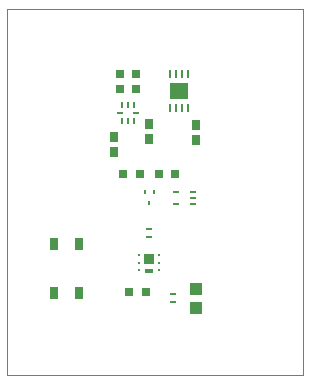
<source format=gtp>
G75*
%MOIN*%
%OFA0B0*%
%FSLAX25Y25*%
%IPPOS*%
%LPD*%
%AMOC8*
5,1,8,0,0,1.08239X$1,22.5*
%
%ADD10C,0.00000*%
%ADD11R,0.03937X0.03937*%
%ADD12R,0.01969X0.00984*%
%ADD13R,0.02559X0.04134*%
%ADD14R,0.03150X0.02756*%
%ADD15R,0.00787X0.01929*%
%ADD16R,0.02126X0.00945*%
%ADD17R,0.02756X0.03642*%
%ADD18R,0.02756X0.01496*%
%ADD19R,0.00886X0.00984*%
%ADD20R,0.03543X0.03346*%
%ADD21R,0.00984X0.01181*%
%ADD22R,0.02362X0.00866*%
%ADD23R,0.02362X0.00945*%
%ADD24R,0.00787X0.03150*%
%ADD25R,0.06102X0.05709*%
D10*
X0020469Y0005737D02*
X0020469Y0127784D01*
X0118894Y0127784D01*
X0118894Y0005737D01*
X0020469Y0005737D01*
D11*
X0083461Y0028178D03*
X0083461Y0034477D03*
D12*
X0075587Y0032607D03*
X0075587Y0030048D03*
X0067713Y0051702D03*
X0067713Y0054261D03*
D13*
X0044386Y0049339D03*
X0035922Y0049339D03*
X0035922Y0033001D03*
X0044386Y0033001D03*
D14*
X0061020Y0033296D03*
X0066532Y0033296D03*
X0064564Y0072666D03*
X0059052Y0072666D03*
X0070863Y0072666D03*
X0076375Y0072666D03*
X0063383Y0101013D03*
X0063383Y0106131D03*
X0057871Y0106131D03*
X0057871Y0101013D03*
D15*
X0058658Y0095796D03*
X0060627Y0095796D03*
X0062595Y0095796D03*
X0062595Y0090481D03*
X0060627Y0090481D03*
X0058658Y0090481D03*
D16*
X0058068Y0093139D03*
X0063186Y0093139D03*
D17*
X0067713Y0089398D03*
X0067713Y0084280D03*
X0055902Y0085068D03*
X0055902Y0079950D03*
X0083461Y0083887D03*
X0083461Y0089005D03*
D18*
X0067713Y0040383D03*
D19*
X0064318Y0040580D03*
X0064318Y0043139D03*
X0064318Y0045698D03*
X0071109Y0045698D03*
X0071109Y0043139D03*
X0071109Y0040580D03*
D20*
X0067713Y0044418D03*
D21*
X0067713Y0063020D03*
X0066237Y0066564D03*
X0069190Y0066564D03*
D22*
X0082438Y0066761D03*
X0082438Y0064792D03*
X0082438Y0062824D03*
D23*
X0076611Y0062824D03*
X0076611Y0066761D03*
D24*
X0076572Y0094517D03*
X0078540Y0094517D03*
X0080509Y0094517D03*
X0074603Y0094517D03*
X0074603Y0105934D03*
X0076572Y0105934D03*
X0078540Y0105934D03*
X0080509Y0105934D03*
D25*
X0077556Y0100225D03*
M02*

</source>
